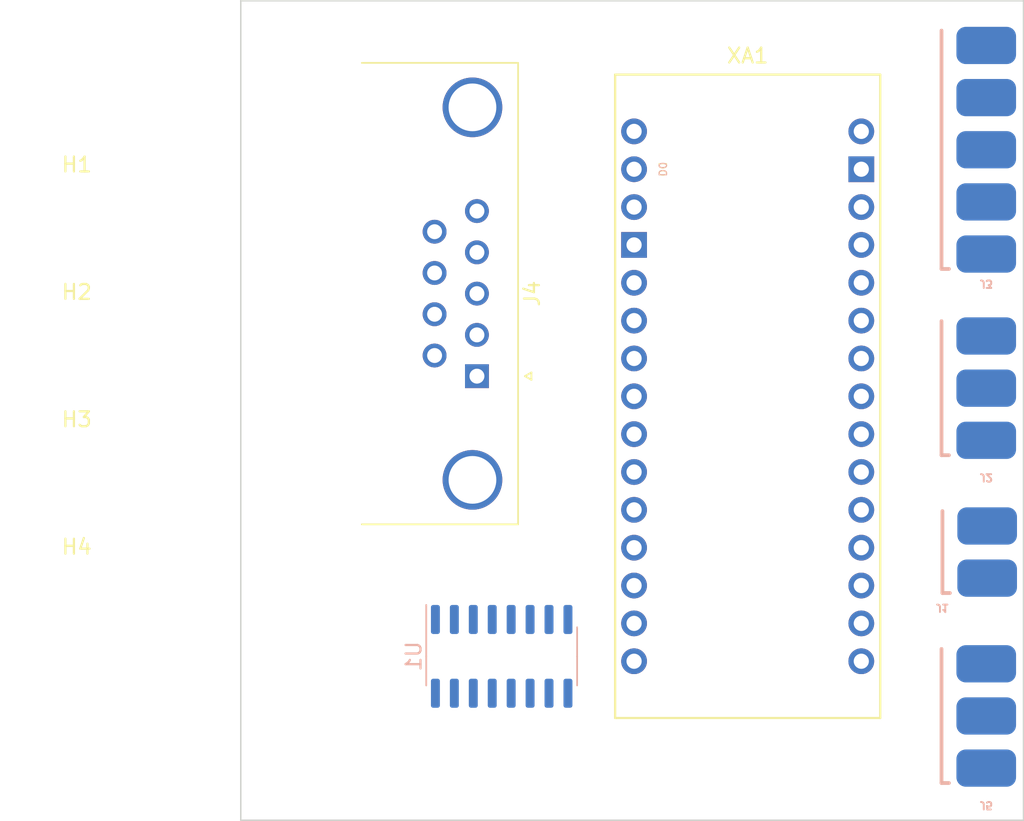
<source format=kicad_pcb>
(kicad_pcb (version 20221018) (generator pcbnew)
  (layers (0 "F.Cu" signal) (31 "B.Cu" signal) (34 "B.Paste" user) (35 "F.Paste" user) (36 "B.SilkS" user "B.Silkscreen") (37 "F.SilkS" user "F.Silkscreen") (38 "B.Mask" user) (39 "F.Mask" user) (44 "Edge.Cuts" user))
  (net 0 "")
  (footprint "MountingHole:MountingHole_3.5mm" (layer "F.Cu") (at 32.5 55.6)
    (fp_text reference "H3" (at 0 -4.5) (layer "F.SilkS"))
    (fp_text value "MountingHole")
    (pad "" np_thru_hole circle (at 0 0) (size 3.5 3.5) (drill 3.5) (layers "*.Cu" "*.Mask"))
  )
  (footprint "MountingHole:MountingHole_3.5mm" (layer "F.Cu") (at 32.5 47.05)
    (fp_text reference "H2" (at 0 -4.5) (layer "F.SilkS"))
    (fp_text value "MountingHole")
    (pad "" np_thru_hole circle (at 0 0) (size 3.5 3.5) (drill 3.5) (layers "*.Cu" "*.Mask"))
  )
  (footprint "MountingHole:MountingHole_3.5mm" (layer "F.Cu") (at 32.5 64.15)
    (fp_text reference "H4" (at 0 -4.5) (layer "F.SilkS"))
    (fp_text value "MountingHole")
    (pad "" np_thru_hole circle (at 0 0) (size 3.5 3.5) (drill 3.5) (layers "*.Cu" "*.Mask"))
  )
  (footprint "_ArduinoBoards:Arduino_Nano_Socket" (layer "F.Cu") (at 77.5 71.1375)
    (fp_text reference "XA1" (at 0 -44.45) (layer "F.SilkS"))
    (fp_text value "Arduino_Nano_Every_Socket")
    (fp_text user "D0" (at -5.715 -36.83 -90 unlocked) (layer "B.SilkS") (effects (font (size 0.5 0.5) (thickness 0.075)) (justify mirror)))
    (fp_text user "D0" (at -5.715 -36.83 -90 unlocked) (layer "F.SilkS") (effects (font (size 0.5 0.5) (thickness 0.075))))
    (fp_line (start -8.89 -43.18) (end -8.89 0) (stroke (width 0.15)) (layer "F.SilkS"))
    (fp_line (start -8.89 -43.18) (end 8.89 -43.18) (stroke (width 0.15)) (layer "F.SilkS"))
    (fp_line (start -8.89 0) (end 8.89 0) (stroke (width 0.15)) (layer "F.SilkS"))
    (fp_line (start 8.89 -43.18) (end 8.89 0) (stroke (width 0.15)) (layer "F.SilkS"))
    (pad "3V3" thru_hole circle (at 7.62 -6.35) (size 1.7272 1.7272) (drill 1.016) (layers "*.Cu" "*.Mask"))
    (pad "5V" thru_hole circle (at 7.62 -31.75) (size 1.7272 1.7272) (drill 1.016) (layers "*.Cu" "*.Mask"))
    (pad "A0" thru_hole circle (at 7.62 -11.43) (size 1.7272 1.7272) (drill 1.016) (layers "*.Cu" "*.Mask"))
    (pad "A1" thru_hole circle (at 7.62 -13.97) (size 1.7272 1.7272) (drill 1.016) (layers "*.Cu" "*.Mask"))
    (pad "A2" thru_hole circle (at 7.62 -16.51) (size 1.7272 1.7272) (drill 1.016) (layers "*.Cu" "*.Mask"))
    (pad "A3" thru_hole circle (at 7.62 -19.05) (size 1.7272 1.7272) (drill 1.016) (layers "*.Cu" "*.Mask"))
    (pad "A4" thru_hole circle (at 7.62 -21.59) (size 1.7272 1.7272) (drill 1.016) (layers "*.Cu" "*.Mask"))
    (pad "A5" thru_hole circle (at 7.62 -24.13) (size 1.7272 1.7272) (drill 1.016) (layers "*.Cu" "*.Mask"))
    (pad "A6" thru_hole circle (at 7.62 -26.67) (size 1.7272 1.7272) (drill 1.016) (layers "*.Cu" "*.Mask"))
    (pad "A7" thru_hole circle (at 7.62 -29.21) (size 1.7272 1.7272) (drill 1.016) (layers "*.Cu" "*.Mask"))
    (pad "AREF" thru_hole circle (at 7.62 -8.89) (size 1.7272 1.7272) (drill 1.016) (layers "*.Cu" "*.Mask"))
    (pad "D0" thru_hole circle (at -7.62 -36.83) (size 1.7272 1.7272) (drill 1.016) (layers "*.Cu" "*.Mask"))
    (pad "D1" thru_hole circle (at -7.62 -39.37) (size 1.7272 1.7272) (drill 1.016) (layers "*.Cu" "*.Mask"))
    (pad "D2" thru_hole circle (at -7.62 -29.21) (size 1.7272 1.7272) (drill 1.016) (layers "*.Cu" "*.Mask"))
    (pad "D3" thru_hole circle (at -7.62 -26.67) (size 1.7272 1.7272) (drill 1.016) (layers "*.Cu" "*.Mask"))
    (pad "D4" thru_hole circle (at -7.62 -24.13) (size 1.7272 1.7272) (drill 1.016) (layers "*.Cu" "*.Mask"))
    (pad "D5" thru_hole circle (at -7.62 -21.59) (size 1.7272 1.7272) (drill 1.016) (layers "*.Cu" "*.Mask"))
    (pad "D6" thru_hole circle (at -7.62 -19.05) (size 1.7272 1.7272) (drill 1.016) (layers "*.Cu" "*.Mask"))
    (pad "D7" thru_hole circle (at -7.62 -16.51) (size 1.7272 1.7272) (drill 1.016) (layers "*.Cu" "*.Mask"))
    (pad "D8" thru_hole circle (at -7.62 -13.97) (size 1.7272 1.7272) (drill 1.016) (layers "*.Cu" "*.Mask"))
    (pad "D9" thru_hole circle (at -7.62 -11.43) (size 1.7272 1.7272) (drill 1.016) (layers "*.Cu" "*.Mask"))
    (pad "D10" thru_hole circle (at -7.62 -8.89) (size 1.7272 1.7272) (drill 1.016) (layers "*.Cu" "*.Mask"))
    (pad "D11" thru_hole circle (at -7.62 -6.35) (size 1.7272 1.7272) (drill 1.016) (layers "*.Cu" "*.Mask"))
    (pad "D12" thru_hole circle (at -7.62 -3.81) (size 1.7272 1.7272) (drill 1.016) (layers "*.Cu" "*.Mask"))
    (pad "D13" thru_hole circle (at 7.62 -3.81) (size 1.7272 1.7272) (drill 1.016) (layers "*.Cu" "*.Mask"))
    (pad "GND1" thru_hole rect (at -7.62 -31.75) (size 1.7272 1.7272) (drill 1.016) (layers "*.Cu" "*.Mask"))
    (pad "GND2" thru_hole rect (at 7.62 -36.83) (size 1.7272 1.7272) (drill 1.016) (layers "*.Cu" "*.Mask"))
    (pad "RST1" thru_hole circle (at -7.62 -34.29) (size 1.7272 1.7272) (drill 1.016) (layers "*.Cu" "*.Mask"))
    (pad "RST2" thru_hole circle (at 7.62 -34.29) (size 1.7272 1.7272) (drill 1.016) (layers "*.Cu" "*.Mask"))
    (pad "VIN" thru_hole circle (at 7.62 -39.37) (size 1.7272 1.7272) (drill 1.016) (layers "*.Cu" "*.Mask"))
  )
  (footprint "Connector_Dsub:DSUB-9_Female_Horizontal_P2.77x2.84mm_EdgePinOffset4.94mm_Housed_MountingHolesOffset7.48mm" (layer "F.Cu") (at 59.34 48.195 -90)
    (fp_text reference "J4" (at -5.54 -3.7 90) (layer "F.SilkS"))
    (fp_text value "ECU_RS232")
    (fp_line (start -21.025 -2.76) (end 9.945 -2.76) (stroke (width 0.12)) (layer "F.SilkS"))
    (fp_line (start -21.025 7.72) (end -21.025 -2.76) (stroke (width 0.12)) (layer "F.SilkS"))
    (fp_line (start -0.25 -3.654338) (end 0.25 -3.654338) (stroke (width 0.12)) (layer "F.SilkS"))
    (fp_line (start 0 -3.221325) (end -0.25 -3.654338) (stroke (width 0.12)) (layer "F.SilkS"))
    (fp_line (start 0.25 -3.654338) (end 0 -3.221325) (stroke (width 0.12)) (layer "F.SilkS"))
    (fp_line (start 9.945 -2.76) (end 9.945 7.72) (stroke (width 0.12)) (layer "F.SilkS"))
    (pad "0" thru_hole circle (at -18.04 0.3 270) (size 4 4) (drill 3.2) (layers "*.Cu" "*.Mask"))
    (pad "0" thru_hole circle (at 6.96 0.3 270) (size 4 4) (drill 3.2) (layers "*.Cu" "*.Mask"))
    (pad "1" thru_hole rect (at 0 0 270) (size 1.6 1.6) (drill 1) (layers "*.Cu" "*.Mask"))
    (pad "2" thru_hole circle (at -2.77 0 270) (size 1.6 1.6) (drill 1) (layers "*.Cu" "*.Mask"))
    (pad "3" thru_hole circle (at -5.54 0 270) (size 1.6 1.6) (drill 1) (layers "*.Cu" "*.Mask"))
    (pad "4" thru_hole circle (at -8.31 0 270) (size 1.6 1.6) (drill 1) (layers "*.Cu" "*.Mask"))
    (pad "5" thru_hole circle (at -11.08 0 270) (size 1.6 1.6) (drill 1) (layers "*.Cu" "*.Mask"))
    (pad "6" thru_hole circle (at -1.385 2.84 270) (size 1.6 1.6) (drill 1) (layers "*.Cu" "*.Mask"))
    (pad "7" thru_hole circle (at -4.155 2.84 270) (size 1.6 1.6) (drill 1) (layers "*.Cu" "*.Mask"))
    (pad "8" thru_hole circle (at -6.925 2.84 270) (size 1.6 1.6) (drill 1) (layers "*.Cu" "*.Mask"))
    (pad "9" thru_hole circle (at -9.695 2.84 270) (size 1.6 1.6) (drill 1) (layers "*.Cu" "*.Mask"))
  )
  (footprint "MountingHole:MountingHole_3.5mm" (layer "F.Cu") (at 32.5 38.5)
    (fp_text reference "H1" (at 0 -4.5) (layer "F.SilkS"))
    (fp_text value "MountingHole")
    (pad "" np_thru_hole circle (at 0 0) (size 3.5 3.5) (drill 3.5) (layers "*.Cu" "*.Mask"))
  )
  (footprint "_MyFootprints:15EDGVC-3.5-02P" (layer "B.Cu") (at 93.5625 61.75)
    (fp_text reference "J1" (at -3 2 180 unlocked) (layer "B.SilkS") (effects (font (size 0.5 0.5) (thickness 0.125)) (justify mirror)))
    (fp_text value "Switch")
    (fp_line (start -3 1) (end -3 -4.5) (stroke (width 0.25)) (layer "B.SilkS"))
    (fp_line (start -3 1) (end -2.5 1) (stroke (width 0.25)) (layer "B.SilkS"))
    (pad "1" smd roundrect (at 0 0) (size 4 2.5) (layers "B.Cu" "B.Paste" "B.Mask"))
    (pad "2" smd roundrect (at 0 -3.5) (size 4 2.5) (layers "B.Cu" "B.Paste" "B.Mask"))
  )
  (footprint "_MyFootprints:15EDGVC-3.5-05P" (layer "B.Cu") (at 93.5 40)
    (fp_text reference "J3" (at 0 2 180 unlocked) (layer "B.SilkS") (effects (font (size 0.5 0.5) (thickness 0.125)) (justify mirror)))
    (fp_text value "Display2")
    (fp_line (start -3 1) (end -3 -15) (stroke (width 0.25)) (layer "B.SilkS"))
    (fp_line (start -3 1) (end -2.5 1) (stroke (width 0.25)) (layer "B.SilkS"))
    (pad "1" smd roundrect (at 0 0) (size 4 2.5) (layers "B.Cu" "B.Paste" "B.Mask"))
    (pad "2" smd roundrect (at 0 -3.5) (size 4 2.5) (layers "B.Cu" "B.Paste" "B.Mask"))
    (pad "3" smd roundrect (at 0 -7) (size 4 2.5) (layers "B.Cu" "B.Paste" "B.Mask"))
    (pad "4" smd roundrect (at 0 -10.5) (size 4 2.5) (layers "B.Cu" "B.Paste" "B.Mask"))
    (pad "5" smd roundrect (at 0 -14) (size 4 2.5) (layers "B.Cu" "B.Paste" "B.Mask"))
  )
  (footprint "Package_SO:SOIC-16_3.9x9.9mm_P1.27mm" (layer "B.Cu") (at 61 67 -90)
    (fp_text reference "U1" (at 0 5.9 90) (layer "B.SilkS") (effects (justify mirror)))
    (fp_text value "MAX3232")
    (fp_line (start 0 -5.06) (end -1.95 -5.06) (stroke (width 0.12)) (layer "B.SilkS"))
    (fp_line (start 0 -5.06) (end 1.95 -5.06) (stroke (width 0.12)) (layer "B.SilkS"))
    (fp_line (start 0 5.06) (end -3.45 5.06) (stroke (width 0.12)) (layer "B.SilkS"))
    (fp_line (start 0 5.06) (end 1.95 5.06) (stroke (width 0.12)) (layer "B.SilkS"))
    (pad "1" smd roundrect (at -2.475 4.445 270) (size 1.95 0.6) (layers "B.Cu" "B.Paste" "B.Mask"))
    (pad "2" smd roundrect (at -2.475 3.175 270) (size 1.95 0.6) (layers "B.Cu" "B.Paste" "B.Mask"))
    (pad "3" smd roundrect (at -2.475 1.905 270) (size 1.95 0.6) (layers "B.Cu" "B.Paste" "B.Mask"))
    (pad "4" smd roundrect (at -2.475 0.635 270) (size 1.95 0.6) (layers "B.Cu" "B.Paste" "B.Mask"))
    (pad "5" smd roundrect (at -2.475 -0.635 270) (size 1.95 0.6) (layers "B.Cu" "B.Paste" "B.Mask"))
    (pad "6" smd roundrect (at -2.475 -1.905 270) (size 1.95 0.6) (layers "B.Cu" "B.Paste" "B.Mask"))
    (pad "7" smd roundrect (at -2.475 -3.175 270) (size 1.95 0.6) (layers "B.Cu" "B.Paste" "B.Mask"))
    (pad "8" smd roundrect (at -2.475 -4.445 270) (size 1.95 0.6) (layers "B.Cu" "B.Paste" "B.Mask"))
    (pad "9" smd roundrect (at 2.475 -4.445 270) (size 1.95 0.6) (layers "B.Cu" "B.Paste" "B.Mask"))
    (pad "10" smd roundrect (at 2.475 -3.175 270) (size 1.95 0.6) (layers "B.Cu" "B.Paste" "B.Mask"))
    (pad "11" smd roundrect (at 2.475 -1.905 270) (size 1.95 0.6) (layers "B.Cu" "B.Paste" "B.Mask"))
    (pad "12" smd roundrect (at 2.475 -0.635 270) (size 1.95 0.6) (layers "B.Cu" "B.Paste" "B.Mask"))
    (pad "13" smd roundrect (at 2.475 0.635 270) (size 1.95 0.6) (layers "B.Cu" "B.Paste" "B.Mask"))
    (pad "14" smd roundrect (at 2.475 1.905 270) (size 1.95 0.6) (layers "B.Cu" "B.Paste" "B.Mask"))
    (pad "15" smd roundrect (at 2.475 3.175 270) (size 1.95 0.6) (layers "B.Cu" "B.Paste" "B.Mask"))
    (pad "16" smd roundrect (at 2.475 4.445 270) (size 1.95 0.6) (layers "B.Cu" "B.Paste" "B.Mask"))
  )
  (footprint "_MyFootprints:15EDGVC-3.5-03P" (layer "B.Cu") (at 93.5 52.5)
    (fp_text reference "J2" (at 0 2.5 180 unlocked) (layer "B.SilkS") (effects (font (size 0.5 0.5) (thickness 0.125)) (justify mirror)))
    (fp_text value "Display1")
    (fp_line (start -3 1) (end -3 -8) (stroke (width 0.25)) (layer "B.SilkS"))
    (fp_line (start -3 1) (end -2.5 1) (stroke (width 0.25)) (layer "B.SilkS"))
    (pad "1" smd roundrect (at 0 0) (size 4 2.5) (layers "B.Cu" "B.Paste" "B.Mask"))
    (pad "2" smd roundrect (at 0 -3.5) (size 4 2.5) (layers "B.Cu" "B.Paste" "B.Mask"))
    (pad "3" smd roundrect (at 0 -7) (size 4 2.5) (layers "B.Cu" "B.Paste" "B.Mask"))
  )
  (footprint "_MyFootprints:15EDGVC-3.5-03P" (layer "B.Cu") (at 93.5 74.5)
    (fp_text reference "J5" (at 0 2.5 180 unlocked) (layer "B.SilkS") (effects (font (size 0.5 0.5) (thickness 0.125)) (justify mirror)))
    (fp_text value "SpeedSensor")
    (fp_line (start -3 1) (end -3 -8) (stroke (width 0.25)) (layer "B.SilkS"))
    (fp_line (start -3 1) (end -2.5 1) (stroke (width 0.25)) (layer "B.SilkS"))
    (pad "1" smd roundrect (at 0 0) (size 4 2.5) (layers "B.Cu" "B.Paste" "B.Mask"))
    (pad "2" smd roundrect (at 0 -3.5) (size 4 2.5) (layers "B.Cu" "B.Paste" "B.Mask"))
    (pad "3" smd roundrect (at 0 -7) (size 4 2.5) (layers "B.Cu" "B.Paste" "B.Mask"))
  )
  (gr_line (start 96 23) (end 43.5 23) (stroke (width 0.1)) (layer "Edge.Cuts"))
  (gr_line (start 43.5 23) (end 43.5 78) (stroke (width 0.1)) (layer "Edge.Cuts"))
  (gr_line (start 96 78) (end 96 23) (stroke (width 0.1)) (layer "Edge.Cuts"))
  (gr_line (start 43.5 78) (end 96 78) (stroke (width 0.1)) (layer "Edge.Cuts"))
)
</source>
